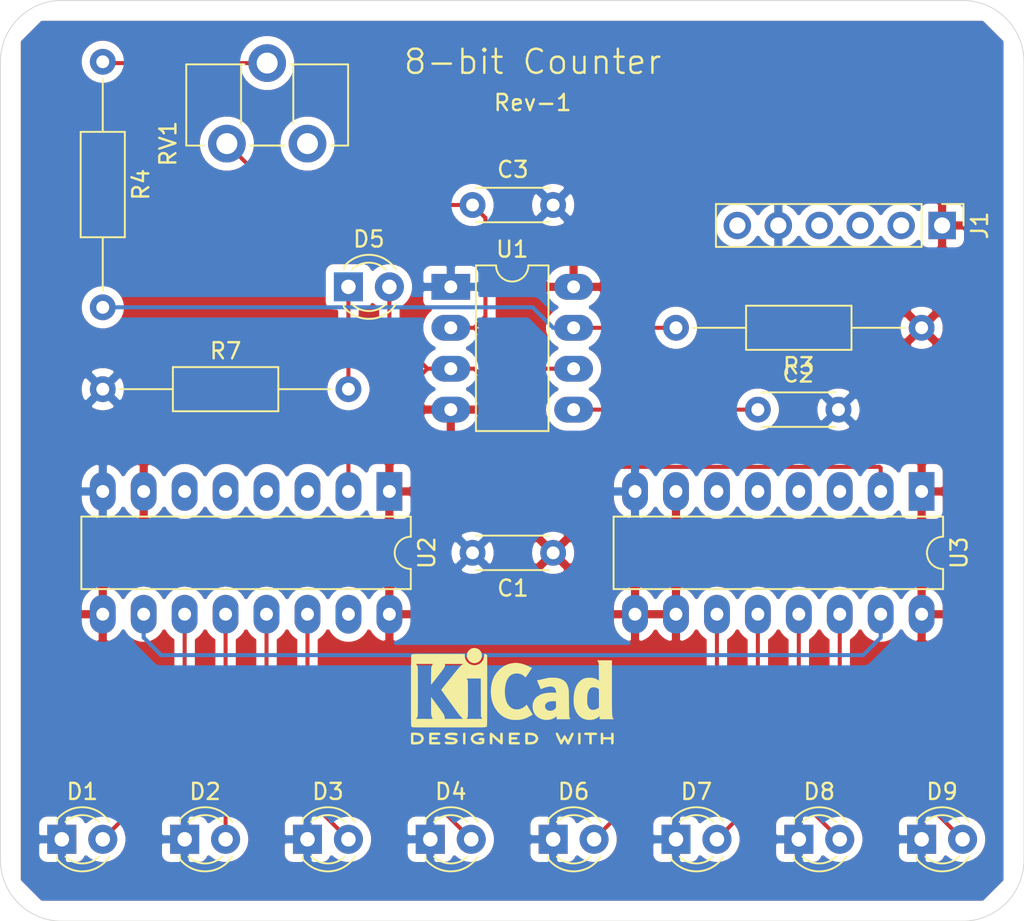
<source format=kicad_pcb>
(kicad_pcb (version 20171130) (host pcbnew 5.1.5)
  (layers (0 F.Cu signal) (31 B.Cu signal) (34 B.Paste user) (35 F.Paste user) (36 B.SilkS user) (37 F.SilkS user) (38 B.Mask user) (39 F.Mask user) (44 Edge.Cuts user))
  (net 0 "")
  (net 1 VCC)
  (net 2 GND)
  (net 3 "Net-(C2-Pad1)")
  (net 4 "Net-(C3-Pad1)")
  (net 5 "Net-(D1-Pad2)")
  (net 6 "Net-(D2-Pad2)")
  (net 7 "Net-(D3-Pad2)")
  (net 8 "Net-(D4-Pad2)")
  (net 9 "Net-(D5-Pad1)")
  (net 10 CP)
  (net 11 "Net-(D6-Pad2)")
  (net 12 "Net-(D7-Pad2)")
  (net 13 "Net-(D8-Pad2)")
  (net 14 "Net-(D9-Pad2)")
  (net 15 "Net-(R3-Pad2)")
  (net 16 "Net-(R4-Pad1)")
  (net 17 "Net-(RV1-Pad3)")
  (net 18 "Net-(U2-Pad15)")
  (net 19 "Net-(U2-Pad6)")
  (net 20 "Net-(U2-Pad5)")
  (net 21 "Net-(U2-Pad4)")
  (net 22 "Net-(U2-Pad3)")
  (net 23 "Net-(U2-Pad10)")
  (net 24 "Net-(U3-Pad3)")
  (net 25 "Net-(U3-Pad4)")
  (net 26 "Net-(U3-Pad5)")
  (net 27 "Net-(U3-Pad6)")
  (net 28 "Net-(J1-Pad2)")
  (net 29 "Net-(J1-Pad3)")
  (net 30 "Net-(J1-Pad4)")
  (net 31 "Net-(J1-Pad6)")
  (module Symbol:KiCad-Logo2_5mm_SilkScreen (layer F.Cu) (at 115.57 109.22)
    (fp_text reference REF** hide)
    (fp_text value KiCad-Logo2_5mm_SilkScreen hide)
  )
  (module Capacitor_THT:C_Disc_D4.3mm_W1.9mm_P5.00mm (layer F.Cu) (at 118.11 100.33 180)
    (fp_text reference C1 (at 2.5 -2.2) (layer F.SilkS))
    (fp_text value 0.1uf)
    (pad 1 thru_hole circle (at 0 0 180) (size 1.6 1.6) (drill 0.8) (layers *.Cu *.Mask) (net 1 VCC))
    (pad 2 thru_hole circle (at 5 0 180) (size 1.6 1.6) (drill 0.8) (layers *.Cu *.Mask) (net 2 GND))
  )
  (module Capacitor_THT:C_Disc_D4.3mm_W1.9mm_P5.00mm (layer F.Cu) (at 130.81 91.44)
    (fp_text reference C2 (at 2.5 -2.2) (layer F.SilkS))
    (fp_text value 0.01uf)
    (pad 1 thru_hole circle (at 0 0) (size 1.6 1.6) (drill 0.8) (layers *.Cu *.Mask) (net 3 "Net-(C2-Pad1)"))
    (pad 2 thru_hole circle (at 5 0) (size 1.6 1.6) (drill 0.8) (layers *.Cu *.Mask) (net 2 GND))
  )
  (module Capacitor_THT:C_Disc_D4.3mm_W1.9mm_P5.00mm (layer F.Cu) (at 113.11 78.74)
    (fp_text reference C3 (at 2.5 -2.2) (layer F.SilkS))
    (fp_text value 1uf)
    (pad 2 thru_hole circle (at 5 0) (size 1.6 1.6) (drill 0.8) (layers *.Cu *.Mask) (net 2 GND))
    (pad 1 thru_hole circle (at 0 0) (size 1.6 1.6) (drill 0.8) (layers *.Cu *.Mask) (net 4 "Net-(C3-Pad1)"))
  )
  (module LED_THT:LED_D3.0mm (layer F.Cu) (at 87.63 118.11)
    (fp_text reference D1 (at 1.27 -2.96) (layer F.SilkS))
    (fp_text value LED)
    (pad 1 thru_hole rect (at 0 0) (size 1.8 1.8) (drill 0.9) (layers *.Cu *.Mask) (net 2 GND))
    (pad 2 thru_hole circle (at 2.54 0) (size 1.8 1.8) (drill 0.9) (layers *.Cu *.Mask) (net 5 "Net-(D1-Pad2)"))
  )
  (module LED_THT:LED_D3.0mm (layer F.Cu) (at 95.25 118.11)
    (fp_text reference D2 (at 1.27 -2.96) (layer F.SilkS))
    (fp_text value LED)
    (pad 2 thru_hole circle (at 2.54 0) (size 1.8 1.8) (drill 0.9) (layers *.Cu *.Mask) (net 6 "Net-(D2-Pad2)"))
    (pad 1 thru_hole rect (at 0 0) (size 1.8 1.8) (drill 0.9) (layers *.Cu *.Mask) (net 2 GND))
  )
  (module LED_THT:LED_D3.0mm (layer F.Cu) (at 102.87 118.11)
    (fp_text reference D3 (at 1.27 -2.96) (layer F.SilkS))
    (fp_text value LED)
    (pad 2 thru_hole circle (at 2.54 0) (size 1.8 1.8) (drill 0.9) (layers *.Cu *.Mask) (net 7 "Net-(D3-Pad2)"))
    (pad 1 thru_hole rect (at 0 0) (size 1.8 1.8) (drill 0.9) (layers *.Cu *.Mask) (net 2 GND))
  )
  (module LED_THT:LED_D3.0mm (layer F.Cu) (at 110.49 118.11)
    (fp_text reference D4 (at 1.27 -2.96) (layer F.SilkS))
    (fp_text value LED)
    (pad 1 thru_hole rect (at 0 0) (size 1.8 1.8) (drill 0.9) (layers *.Cu *.Mask) (net 2 GND))
    (pad 2 thru_hole circle (at 2.54 0) (size 1.8 1.8) (drill 0.9) (layers *.Cu *.Mask) (net 8 "Net-(D4-Pad2)"))
  )
  (module LED_THT:LED_D3.0mm (layer F.Cu) (at 105.41 83.82)
    (fp_text reference D5 (at 1.27 -2.96) (layer F.SilkS))
    (fp_text value LED)
    (pad 1 thru_hole rect (at 0 0) (size 1.8 1.8) (drill 0.9) (layers *.Cu *.Mask) (net 9 "Net-(D5-Pad1)"))
    (pad 2 thru_hole circle (at 2.54 0) (size 1.8 1.8) (drill 0.9) (layers *.Cu *.Mask) (net 10 CP))
  )
  (module LED_THT:LED_D3.0mm (layer F.Cu) (at 118.11 118.11)
    (fp_text reference D6 (at 1.27 -2.96) (layer F.SilkS))
    (fp_text value LED)
    (pad 1 thru_hole rect (at 0 0) (size 1.8 1.8) (drill 0.9) (layers *.Cu *.Mask) (net 2 GND))
    (pad 2 thru_hole circle (at 2.54 0) (size 1.8 1.8) (drill 0.9) (layers *.Cu *.Mask) (net 11 "Net-(D6-Pad2)"))
  )
  (module LED_THT:LED_D3.0mm (layer F.Cu) (at 125.73 118.11)
    (fp_text reference D7 (at 1.27 -2.96) (layer F.SilkS))
    (fp_text value LED)
    (pad 2 thru_hole circle (at 2.54 0) (size 1.8 1.8) (drill 0.9) (layers *.Cu *.Mask) (net 12 "Net-(D7-Pad2)"))
    (pad 1 thru_hole rect (at 0 0) (size 1.8 1.8) (drill 0.9) (layers *.Cu *.Mask) (net 2 GND))
  )
  (module LED_THT:LED_D3.0mm (layer F.Cu) (at 133.35 118.11)
    (fp_text reference D8 (at 1.27 -2.96) (layer F.SilkS))
    (fp_text value LED)
    (pad 2 thru_hole circle (at 2.54 0) (size 1.8 1.8) (drill 0.9) (layers *.Cu *.Mask) (net 13 "Net-(D8-Pad2)"))
    (pad 1 thru_hole rect (at 0 0) (size 1.8 1.8) (drill 0.9) (layers *.Cu *.Mask) (net 2 GND))
  )
  (module LED_THT:LED_D3.0mm (layer F.Cu) (at 140.97 118.11)
    (fp_text reference D9 (at 1.27 -2.96) (layer F.SilkS))
    (fp_text value LED)
    (pad 1 thru_hole rect (at 0 0) (size 1.8 1.8) (drill 0.9) (layers *.Cu *.Mask) (net 2 GND))
    (pad 2 thru_hole circle (at 2.54 0) (size 1.8 1.8) (drill 0.9) (layers *.Cu *.Mask) (net 14 "Net-(D9-Pad2)"))
  )
  (module Resistor_THT:R_Axial_DIN0207_L6.3mm_D2.5mm_P15.24mm_Horizontal (layer F.Cu) (at 140.97 86.36 180)
    (fp_text reference R3 (at 7.62 -2.37) (layer F.SilkS))
    (fp_text value 1K)
    (pad 2 thru_hole oval (at 15.24 0 180) (size 1.6 1.6) (drill 0.8) (layers *.Cu *.Mask) (net 15 "Net-(R3-Pad2)"))
    (pad 1 thru_hole circle (at 0 0 180) (size 1.6 1.6) (drill 0.8) (layers *.Cu *.Mask) (net 1 VCC))
  )
  (module Resistor_THT:R_Axial_DIN0207_L6.3mm_D2.5mm_P15.24mm_Horizontal (layer F.Cu) (at 90.17 69.85 270)
    (fp_text reference R4 (at 7.62 -2.37 90) (layer F.SilkS))
    (fp_text value 1K)
    (pad 1 thru_hole circle (at 0 0 270) (size 1.6 1.6) (drill 0.8) (layers *.Cu *.Mask) (net 16 "Net-(R4-Pad1)"))
    (pad 2 thru_hole oval (at 15.24 0 270) (size 1.6 1.6) (drill 0.8) (layers *.Cu *.Mask) (net 15 "Net-(R3-Pad2)"))
  )
  (module Resistor_THT:R_Axial_DIN0207_L6.3mm_D2.5mm_P15.24mm_Horizontal (layer F.Cu) (at 90.17 90.17)
    (fp_text reference R7 (at 7.62 -2.37) (layer F.SilkS))
    (fp_text value 220)
    (pad 1 thru_hole circle (at 0 0) (size 1.6 1.6) (drill 0.8) (layers *.Cu *.Mask) (net 2 GND))
    (pad 2 thru_hole oval (at 15.24 0) (size 1.6 1.6) (drill 0.8) (layers *.Cu *.Mask) (net 9 "Net-(D5-Pad1)"))
  )
  (module Potentiometer_THT:Potentiometer_ACP_CA9-H5_Horizontal (layer F.Cu) (at 97.87 74.93 90)
    (fp_text reference RV1 (at 0 -3.65 90) (layer F.SilkS))
    (fp_text value 1M)
    (pad 3 thru_hole circle (at 0 5 90) (size 2.34 2.34) (drill 1.3) (layers *.Cu *.Mask) (net 17 "Net-(RV1-Pad3)"))
    (pad 2 thru_hole circle (at 5 2.5 90) (size 2.34 2.34) (drill 1.3) (layers *.Cu *.Mask) (net 16 "Net-(R4-Pad1)"))
    (pad 1 thru_hole circle (at 0 0 90) (size 2.34 2.34) (drill 1.3) (layers *.Cu *.Mask) (net 4 "Net-(C3-Pad1)"))
  )
  (module Package_DIP:DIP-8_W7.62mm_LongPads (layer F.Cu) (at 111.76 83.82)
    (fp_text reference U1 (at 3.81 -2.33) (layer F.SilkS))
    (fp_text value NE555)
    (pad 1 thru_hole rect (at 0 0) (size 2.4 1.6) (drill 0.8) (layers *.Cu *.Mask) (net 2 GND))
    (pad 5 thru_hole oval (at 7.62 7.62) (size 2.4 1.6) (drill 0.8) (layers *.Cu *.Mask) (net 3 "Net-(C2-Pad1)"))
    (pad 2 thru_hole oval (at 0 2.54) (size 2.4 1.6) (drill 0.8) (layers *.Cu *.Mask) (net 4 "Net-(C3-Pad1)"))
    (pad 6 thru_hole oval (at 7.62 5.08) (size 2.4 1.6) (drill 0.8) (layers *.Cu *.Mask) (net 4 "Net-(C3-Pad1)"))
    (pad 3 thru_hole oval (at 0 5.08) (size 2.4 1.6) (drill 0.8) (layers *.Cu *.Mask) (net 10 CP))
    (pad 7 thru_hole oval (at 7.62 2.54) (size 2.4 1.6) (drill 0.8) (layers *.Cu *.Mask) (net 15 "Net-(R3-Pad2)"))
    (pad 4 thru_hole oval (at 0 7.62) (size 2.4 1.6) (drill 0.8) (layers *.Cu *.Mask) (net 1 VCC))
    (pad 8 thru_hole oval (at 7.62 0) (size 2.4 1.6) (drill 0.8) (layers *.Cu *.Mask) (net 1 VCC))
  )
  (module Package_DIP:DIP-16_W7.62mm_LongPads (layer F.Cu) (at 107.95 96.52 270)
    (fp_text reference U2 (at 3.81 -2.33 90) (layer F.SilkS))
    (fp_text value 74LS163)
    (pad 16 thru_hole oval (at 7.62 0 270) (size 2.4 1.6) (drill 0.8) (layers *.Cu *.Mask) (net 1 VCC))
    (pad 8 thru_hole oval (at 0 17.78 270) (size 2.4 1.6) (drill 0.8) (layers *.Cu *.Mask) (net 2 GND))
    (pad 15 thru_hole oval (at 7.62 2.54 270) (size 2.4 1.6) (drill 0.8) (layers *.Cu *.Mask) (net 18 "Net-(U2-Pad15)"))
    (pad 7 thru_hole oval (at 0 15.24 270) (size 2.4 1.6) (drill 0.8) (layers *.Cu *.Mask) (net 1 VCC))
    (pad 14 thru_hole oval (at 7.62 5.08 270) (size 2.4 1.6) (drill 0.8) (layers *.Cu *.Mask) (net 8 "Net-(D4-Pad2)"))
    (pad 6 thru_hole oval (at 0 12.7 270) (size 2.4 1.6) (drill 0.8) (layers *.Cu *.Mask) (net 19 "Net-(U2-Pad6)"))
    (pad 13 thru_hole oval (at 7.62 7.62 270) (size 2.4 1.6) (drill 0.8) (layers *.Cu *.Mask) (net 7 "Net-(D3-Pad2)"))
    (pad 5 thru_hole oval (at 0 10.16 270) (size 2.4 1.6) (drill 0.8) (layers *.Cu *.Mask) (net 20 "Net-(U2-Pad5)"))
    (pad 12 thru_hole oval (at 7.62 10.16 270) (size 2.4 1.6) (drill 0.8) (layers *.Cu *.Mask) (net 6 "Net-(D2-Pad2)"))
    (pad 4 thru_hole oval (at 0 7.62 270) (size 2.4 1.6) (drill 0.8) (layers *.Cu *.Mask) (net 21 "Net-(U2-Pad4)"))
    (pad 11 thru_hole oval (at 7.62 12.7 270) (size 2.4 1.6) (drill 0.8) (layers *.Cu *.Mask) (net 5 "Net-(D1-Pad2)"))
    (pad 3 thru_hole oval (at 0 5.08 270) (size 2.4 1.6) (drill 0.8) (layers *.Cu *.Mask) (net 22 "Net-(U2-Pad3)"))
    (pad 10 thru_hole oval (at 7.62 15.24 270) (size 2.4 1.6) (drill 0.8) (layers *.Cu *.Mask) (net 23 "Net-(U2-Pad10)"))
    (pad 2 thru_hole oval (at 0 2.54 270) (size 2.4 1.6) (drill 0.8) (layers *.Cu *.Mask) (net 10 CP))
    (pad 9 thru_hole oval (at 7.62 17.78 270) (size 2.4 1.6) (drill 0.8) (layers *.Cu *.Mask) (net 1 VCC))
    (pad 1 thru_hole rect (at 0 0 270) (size 2.4 1.6) (drill 0.8) (layers *.Cu *.Mask) (net 1 VCC))
  )
  (module Package_DIP:DIP-16_W7.62mm_LongPads (layer F.Cu) (at 140.97 96.52 270)
    (fp_text reference U3 (at 3.81 -2.33 90) (layer F.SilkS))
    (fp_text value 74LS163)
    (pad 1 thru_hole rect (at 0 0 270) (size 2.4 1.6) (drill 0.8) (layers *.Cu *.Mask) (net 1 VCC))
    (pad 9 thru_hole oval (at 7.62 17.78 270) (size 2.4 1.6) (drill 0.8) (layers *.Cu *.Mask) (net 1 VCC))
    (pad 2 thru_hole oval (at 0 2.54 270) (size 2.4 1.6) (drill 0.8) (layers *.Cu *.Mask) (net 10 CP))
    (pad 10 thru_hole oval (at 7.62 15.24 270) (size 2.4 1.6) (drill 0.8) (layers *.Cu *.Mask) (net 1 VCC))
    (pad 3 thru_hole oval (at 0 5.08 270) (size 2.4 1.6) (drill 0.8) (layers *.Cu *.Mask) (net 24 "Net-(U3-Pad3)"))
    (pad 11 thru_hole oval (at 7.62 12.7 270) (size 2.4 1.6) (drill 0.8) (layers *.Cu *.Mask) (net 11 "Net-(D6-Pad2)"))
    (pad 4 thru_hole oval (at 0 7.62 270) (size 2.4 1.6) (drill 0.8) (layers *.Cu *.Mask) (net 25 "Net-(U3-Pad4)"))
    (pad 12 thru_hole oval (at 7.62 10.16 270) (size 2.4 1.6) (drill 0.8) (layers *.Cu *.Mask) (net 12 "Net-(D7-Pad2)"))
    (pad 5 thru_hole oval (at 0 10.16 270) (size 2.4 1.6) (drill 0.8) (layers *.Cu *.Mask) (net 26 "Net-(U3-Pad5)"))
    (pad 13 thru_hole oval (at 7.62 7.62 270) (size 2.4 1.6) (drill 0.8) (layers *.Cu *.Mask) (net 13 "Net-(D8-Pad2)"))
    (pad 6 thru_hole oval (at 0 12.7 270) (size 2.4 1.6) (drill 0.8) (layers *.Cu *.Mask) (net 27 "Net-(U3-Pad6)"))
    (pad 14 thru_hole oval (at 7.62 5.08 270) (size 2.4 1.6) (drill 0.8) (layers *.Cu *.Mask) (net 14 "Net-(D9-Pad2)"))
    (pad 7 thru_hole oval (at 0 15.24 270) (size 2.4 1.6) (drill 0.8) (layers *.Cu *.Mask) (net 1 VCC))
    (pad 15 thru_hole oval (at 7.62 2.54 270) (size 2.4 1.6) (drill 0.8) (layers *.Cu *.Mask) (net 23 "Net-(U2-Pad10)"))
    (pad 8 thru_hole oval (at 0 17.78 270) (size 2.4 1.6) (drill 0.8) (layers *.Cu *.Mask) (net 2 GND))
    (pad 16 thru_hole oval (at 7.62 0 270) (size 2.4 1.6) (drill 0.8) (layers *.Cu *.Mask) (net 1 VCC))
  )
  (module Connector_PinHeader_2.54mm:PinHeader_1x06_P2.54mm_Vertical (layer F.Cu) (at 142.24 80.01 270)
    (fp_text reference J1 (at 0 -2.33 90) (layer F.SilkS))
    (fp_text value USB_B_Micro)
    (pad 1 thru_hole rect (at 0 0 270) (size 1.7 1.7) (drill 1) (layers *.Cu *.Mask) (net 1 VCC))
    (pad 2 thru_hole oval (at 0 2.54 270) (size 1.7 1.7) (drill 1) (layers *.Cu *.Mask) (net 28 "Net-(J1-Pad2)"))
    (pad 3 thru_hole oval (at 0 5.08 270) (size 1.7 1.7) (drill 1) (layers *.Cu *.Mask) (net 29 "Net-(J1-Pad3)"))
    (pad 4 thru_hole oval (at 0 7.62 270) (size 1.7 1.7) (drill 1) (layers *.Cu *.Mask) (net 30 "Net-(J1-Pad4)"))
    (pad 5 thru_hole oval (at 0 10.16 270) (size 1.7 1.7) (drill 1) (layers *.Cu *.Mask) (net 2 GND))
    (pad 6 thru_hole oval (at 0 12.7 270) (size 1.7 1.7) (drill 1) (layers *.Cu *.Mask) (net 31 "Net-(J1-Pad6)"))
  )
  (gr_text Rev-1 (at 116.84 72.39) (layer F.SilkS) (effects (font (size 1 1))))
  (gr_text "8-bit Counter" (at 116.84 69.85) (layer F.SilkS) (effects (font (size 1.5 1.5))))
  (gr_arc (start 143.51 69.85) (end 147.32 69.85) (angle -90) (layer Edge.Cuts) (width 0.05))
  (gr_arc (start 87.63 69.85) (end 87.63 66.04) (angle -90) (layer Edge.Cuts) (width 0.05))
  (gr_arc (start 87.63 119.38) (end 83.82 119.38) (angle -90) (layer Edge.Cuts) (width 0.05))
  (gr_arc (start 143.51 119.38) (end 143.51 123.19) (angle -90) (layer Edge.Cuts) (width 0.05))
  (gr_line (start 87.63 66.04) (end 143.51 66.04) (layer Edge.Cuts) (width 0.05))
  (gr_line (start 83.82 119.38) (end 83.82 69.85) (layer Edge.Cuts) (width 0.05))
  (gr_line (start 143.51 123.19) (end 87.63 123.19) (layer Edge.Cuts) (width 0.05))
  (gr_line (start 147.32 69.85) (end 147.32 119.38) (layer Edge.Cuts) (width 0.05))
  (segment (start 119.38 91.44) (end 130.81 91.44) (width 0.25) (layer F.Cu) (net 3))
  (segment (start 113.21 86.36) (end 111.76 86.36) (width 0.25) (layer F.Cu) (net 4))
  (segment (start 113.909999 79.539999) (end 113.909999 85.660001) (width 0.25) (layer F.Cu) (net 4))
  (segment (start 113.11 78.74) (end 113.909999 79.539999) (width 0.25) (layer F.Cu) (net 4))
  (segment (start 113.909999 85.660001) (end 113.21 86.36) (width 0.25) (layer F.Cu) (net 4))
  (segment (start 115.75 88.9) (end 119.38 88.9) (width 0.25) (layer F.Cu) (net 4))
  (segment (start 113.21 86.36) (end 115.75 88.9) (width 0.25) (layer F.Cu) (net 4))
  (segment (start 101.68 78.74) (end 113.11 78.74) (width 0.25) (layer F.Cu) (net 4))
  (segment (start 97.87 74.93) (end 101.68 78.74) (width 0.25) (layer F.Cu) (net 4))
  (segment (start 95.25 113.03) (end 90.17 118.11) (width 0.25) (layer F.Cu) (net 5))
  (segment (start 95.25 104.14) (end 95.25 113.03) (width 0.25) (layer F.Cu) (net 5))
  (segment (start 97.79 104.14) (end 97.79 118.11) (width 0.25) (layer F.Cu) (net 6))
  (segment (start 100.33 113.03) (end 105.41 118.11) (width 0.25) (layer F.Cu) (net 7))
  (segment (start 100.33 104.14) (end 100.33 113.03) (width 0.25) (layer F.Cu) (net 7))
  (segment (start 102.87 107.95) (end 113.03 118.11) (width 0.25) (layer F.Cu) (net 8))
  (segment (start 102.87 104.14) (end 102.87 107.95) (width 0.25) (layer F.Cu) (net 8))
  (segment (start 105.41 83.82) (end 105.41 90.17) (width 0.25) (layer F.Cu) (net 9))
  (segment (start 105.41 93.8) (end 110.31 88.9) (width 0.25) (layer F.Cu) (net 10))
  (segment (start 105.41 96.52) (end 105.41 93.8) (width 0.25) (layer F.Cu) (net 10))
  (segment (start 107.95 86.54) (end 107.95 85.092792) (width 0.25) (layer F.Cu) (net 10))
  (segment (start 107.95 85.092792) (end 107.95 83.82) (width 0.25) (layer F.Cu) (net 10))
  (segment (start 110.31 88.9) (end 107.95 86.54) (width 0.25) (layer F.Cu) (net 10))
  (segment (start 111.76 88.9) (end 110.31 88.9) (width 0.25) (layer F.Cu) (net 10))
  (segment (start 138.43 95.07) (end 138.43 96.52) (width 0.25) (layer F.Cu) (net 10))
  (segment (start 138.35499 94.99499) (end 138.43 95.07) (width 0.25) (layer F.Cu) (net 10))
  (segment (start 113.21 88.9) (end 119.30499 94.99499) (width 0.25) (layer F.Cu) (net 10))
  (segment (start 119.30499 94.99499) (end 138.35499 94.99499) (width 0.25) (layer F.Cu) (net 10))
  (segment (start 111.76 88.9) (end 113.21 88.9) (width 0.25) (layer F.Cu) (net 10))
  (segment (start 128.27 110.49) (end 120.65 118.11) (width 0.25) (layer F.Cu) (net 11))
  (segment (start 128.27 104.14) (end 128.27 110.49) (width 0.25) (layer F.Cu) (net 11))
  (segment (start 130.81 115.57) (end 128.27 118.11) (width 0.25) (layer F.Cu) (net 12))
  (segment (start 130.81 104.14) (end 130.81 115.57) (width 0.25) (layer F.Cu) (net 12))
  (segment (start 133.35 115.57) (end 135.89 118.11) (width 0.25) (layer F.Cu) (net 13))
  (segment (start 133.35 104.14) (end 133.35 115.57) (width 0.25) (layer F.Cu) (net 13))
  (segment (start 135.89 110.49) (end 143.51 118.11) (width 0.25) (layer F.Cu) (net 14))
  (segment (start 135.89 104.14) (end 135.89 110.49) (width 0.25) (layer F.Cu) (net 14))
  (segment (start 119.38 86.36) (end 125.73 86.36) (width 0.25) (layer F.Cu) (net 15))
  (segment (start 90.17 85.09) (end 116.84 85.09) (width 0.25) (layer B.Cu) (net 15))
  (segment (start 116.84 85.09) (end 118.11 86.36) (width 0.25) (layer B.Cu) (net 15))
  (segment (start 118.11 86.36) (end 119.38 86.36) (width 0.25) (layer B.Cu) (net 15))
  (segment (start 90.25 69.93) (end 90.17 69.85) (width 0.25) (layer F.Cu) (net 16))
  (segment (start 100.37 69.93) (end 90.25 69.93) (width 0.25) (layer F.Cu) (net 16))
  (segment (start 138.43 105.59) (end 137.34 106.68) (width 0.25) (layer B.Cu) (net 23))
  (segment (start 138.43 104.14) (end 138.43 105.59) (width 0.25) (layer B.Cu) (net 23))
  (segment (start 92.71 105.59) (end 92.71 104.14) (width 0.25) (layer B.Cu) (net 23))
  (segment (start 93.8 106.68) (end 92.71 105.59) (width 0.25) (layer B.Cu) (net 23))
  (segment (start 137.34 106.68) (end 93.8 106.68) (width 0.25) (layer B.Cu) (net 23))
  (zone (net 1) (net_name VCC) (layer F.Cu) (connect_pads (clearance 0.508)) (min_thickness 0.254) (fill yes (arc_segments 32) (thermal_gap 0.508) (thermal_bridge_width 0.508))
    (polygon (pts (xy 146.05 68.58) (xy 146.05 120.65) (xy 144.78 121.92) (xy 86.36 121.92) (xy 85.09 120.65) (xy 85.09 68.58) (xy 86.36 67.31) (xy 144.78 67.31)))
  )
  (zone (net 2) (net_name GND) (layer B.Cu) (connect_pads (clearance 0.508)) (min_thickness 0.254) (fill yes (arc_segments 32) (thermal_gap 0.508) (thermal_bridge_width 0.508))
    (polygon (pts (xy 146.05 68.58) (xy 146.05 120.65) (xy 144.78 121.92) (xy 86.36 121.92) (xy 85.09 120.65) (xy 85.09 68.58) (xy 86.36 67.31) (xy 144.78 67.31)))
  )
)
</source>
